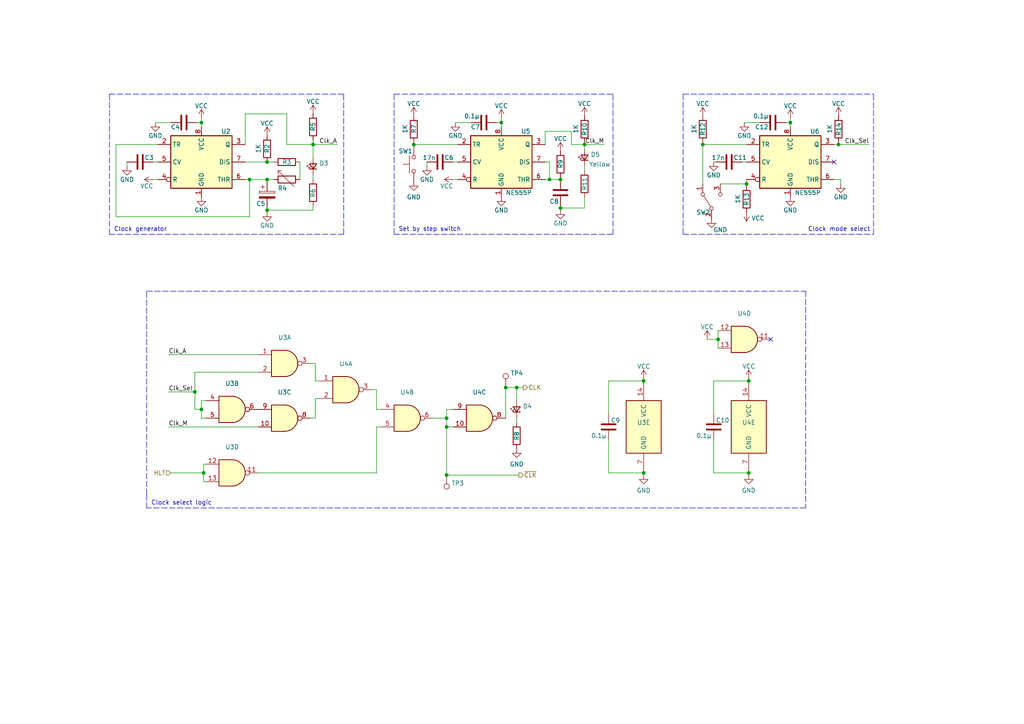
<source format=kicad_sch>
(kicad_sch (version 20211123) (generator eeschema)
  (paper "A4")
  (title_block (title "Clock generation logic") (company "Devalgo"))
  (lib_symbols
    (symbol "74xx:74LS00" (pin_names (offset 1.016))
      (property "Reference" "U" (at 0 1.27 0))
      (property "Value" "74LS00" (at 0 -1.27 0))
      (symbol "74LS00_1_1"
        (arc (start 0 -3.81) (mid 3.81 0) (end 0 3.81) (stroke (width 0.254)) (fill (type background)))
        (polyline (pts (xy 0 3.81) (xy -3.81 3.81) (xy -3.81 -3.81) (xy 0 -3.81)) (stroke (width 0.254)) (fill (type background)))
        (pin input line (at -7.62 2.54 0) (length 3.81) (name "~") (number "1"))
        (pin input line (at -7.62 -2.54 0) (length 3.81) (name "~") (number "2"))
        (pin output inverted (at 7.62 0 180) (length 3.81) (name "~") (number "3"))
      )
      (symbol "74LS00_1_2"
        (arc (start -3.81 -3.81) (mid -2.589 0) (end -3.81 3.81) (stroke (width 0.254)))
        (arc (start -0.6096 -3.81) (mid 2.1842 -2.5851) (end 3.81 0) (stroke (width 0.254)) (fill (type background)))
        (polyline (pts (xy -3.81 -3.81) (xy -0.635 -3.81)) (stroke (width 0.254)) (fill (type background)))
        (polyline (pts (xy -3.81 3.81) (xy -0.635 3.81)) (stroke (width 0.254)) (fill (type background)))
        (polyline (pts (xy -0.635 3.81) (xy -3.81 3.81) (xy -3.81 3.81) (xy -3.556 3.4036) (xy -3.0226 2.2606) (xy -2.6924 1.0414) (xy -2.6162 -0.254) (xy -2.7686 -1.4986) (xy -3.175 -2.7178) (xy -3.81 -3.81) (xy -3.81 -3.81) (xy -0.635 -3.81)) (stroke (width -25.4)) (fill (type background)))
        (arc (start 3.81 0) (mid 2.1915 2.5936) (end -0.6096 3.81) (stroke (width 0.254)) (fill (type background)))
        (pin input inverted (at -7.62 2.54 0) (length 4.318) (name "~") (number "1"))
        (pin input inverted (at -7.62 -2.54 0) (length 4.318) (name "~") (number "2"))
        (pin output line (at 7.62 0 180) (length 3.81) (name "~") (number "3"))
      )
      (symbol "74LS00_2_1"
        (arc (start 0 -3.81) (mid 3.81 0) (end 0 3.81) (stroke (width 0.254)) (fill (type background)))
        (polyline (pts (xy 0 3.81) (xy -3.81 3.81) (xy -3.81 -3.81) (xy 0 -3.81)) (stroke (width 0.254)) (fill (type background)))
        (pin input line (at -7.62 2.54 0) (length 3.81) (name "~") (number "4"))
        (pin input line (at -7.62 -2.54 0) (length 3.81) (name "~") (number "5"))
        (pin output inverted (at 7.62 0 180) (length 3.81) (name "~") (number "6"))
      )
      (symbol "74LS00_2_2"
        (arc (start -3.81 -3.81) (mid -2.589 0) (end -3.81 3.81) (stroke (width 0.254)))
        (arc (start -0.6096 -3.81) (mid 2.1842 -2.5851) (end 3.81 0) (stroke (width 0.254)) (fill (type background)))
        (polyline (pts (xy -3.81 -3.81) (xy -0.635 -3.81)) (stroke (width 0.254)) (fill (type background)))
        (polyline (pts (xy -3.81 3.81) (xy -0.635 3.81)) (stroke (width 0.254)) (fill (type background)))
        (polyline (pts (xy -0.635 3.81) (xy -3.81 3.81) (xy -3.81 3.81) (xy -3.556 3.4036) (xy -3.0226 2.2606) (xy -2.6924 1.0414) (xy -2.6162 -0.254) (xy -2.7686 -1.4986) (xy -3.175 -2.7178) (xy -3.81 -3.81) (xy -3.81 -3.81) (xy -0.635 -3.81)) (stroke (width -25.4)) (fill (type background)))
        (arc (start 3.81 0) (mid 2.1915 2.5936) (end -0.6096 3.81) (stroke (width 0.254)) (fill (type background)))
        (pin input inverted (at -7.62 2.54 0) (length 4.318) (name "~") (number "4"))
        (pin input inverted (at -7.62 -2.54 0) (length 4.318) (name "~") (number "5"))
        (pin output line (at 7.62 0 180) (length 3.81) (name "~") (number "6"))
      )
      (symbol "74LS00_3_1"
        (arc (start 0 -3.81) (mid 3.81 0) (end 0 3.81) (stroke (width 0.254)) (fill (type background)))
        (polyline (pts (xy 0 3.81) (xy -3.81 3.81) (xy -3.81 -3.81) (xy 0 -3.81)) (stroke (width 0.254)) (fill (type background)))
        (pin input line (at -7.62 -2.54 0) (length 3.81) (name "~") (number "10"))
        (pin output inverted (at 7.62 0 180) (length 3.81) (name "~") (number "8"))
        (pin input line (at -7.62 2.54 0) (length 3.81) (name "~") (number "9"))
      )
      (symbol "74LS00_3_2"
        (arc (start -3.81 -3.81) (mid -2.589 0) (end -3.81 3.81) (stroke (width 0.254)))
        (arc (start -0.6096 -3.81) (mid 2.1842 -2.5851) (end 3.81 0) (stroke (width 0.254)) (fill (type background)))
        (polyline (pts (xy -3.81 -3.81) (xy -0.635 -3.81)) (stroke (width 0.254)) (fill (type background)))
        (polyline (pts (xy -3.81 3.81) (xy -0.635 3.81)) (stroke (width 0.254)) (fill (type background)))
        (polyline (pts (xy -0.635 3.81) (xy -3.81 3.81) (xy -3.81 3.81) (xy -3.556 3.4036) (xy -3.0226 2.2606) (xy -2.6924 1.0414) (xy -2.6162 -0.254) (xy -2.7686 -1.4986) (xy -3.175 -2.7178) (xy -3.81 -3.81) (xy -3.81 -3.81) (xy -0.635 -3.81)) (stroke (width -25.4)) (fill (type background)))
        (arc (start 3.81 0) (mid 2.1915 2.5936) (end -0.6096 3.81) (stroke (width 0.254)) (fill (type background)))
        (pin input inverted (at -7.62 -2.54 0) (length 4.318) (name "~") (number "10"))
        (pin output line (at 7.62 0 180) (length 3.81) (name "~") (number "8"))
        (pin input inverted (at -7.62 2.54 0) (length 4.318) (name "~") (number "9"))
      )
      (symbol "74LS00_4_1"
        (arc (start 0 -3.81) (mid 3.81 0) (end 0 3.81) (stroke (width 0.254)) (fill (type background)))
        (polyline (pts (xy 0 3.81) (xy -3.81 3.81) (xy -3.81 -3.81) (xy 0 -3.81)) (stroke (width 0.254)) (fill (type background)))
        (pin output inverted (at 7.62 0 180) (length 3.81) (name "~") (number "11"))
        (pin input line (at -7.62 2.54 0) (length 3.81) (name "~") (number "12"))
        (pin input line (at -7.62 -2.54 0) (length 3.81) (name "~") (number "13"))
      )
      (symbol "74LS00_4_2"
        (arc (start -3.81 -3.81) (mid -2.589 0) (end -3.81 3.81) (stroke (width 0.254)))
        (arc (start -0.6096 -3.81) (mid 2.1842 -2.5851) (end 3.81 0) (stroke (width 0.254)) (fill (type background)))
        (polyline (pts (xy -3.81 -3.81) (xy -0.635 -3.81)) (stroke (width 0.254)) (fill (type background)))
        (polyline (pts (xy -3.81 3.81) (xy -0.635 3.81)) (stroke (width 0.254)) (fill (type background)))
        (polyline (pts (xy -0.635 3.81) (xy -3.81 3.81) (xy -3.81 3.81) (xy -3.556 3.4036) (xy -3.0226 2.2606) (xy -2.6924 1.0414) (xy -2.6162 -0.254) (xy -2.7686 -1.4986) (xy -3.175 -2.7178) (xy -3.81 -3.81) (xy -3.81 -3.81) (xy -0.635 -3.81)) (stroke (width -25.4)) (fill (type background)))
        (arc (start 3.81 0) (mid 2.1915 2.5936) (end -0.6096 3.81) (stroke (width 0.254)) (fill (type background)))
        (pin output line (at 7.62 0 180) (length 3.81) (name "~") (number "11"))
        (pin input inverted (at -7.62 2.54 0) (length 4.318) (name "~") (number "12"))
        (pin input inverted (at -7.62 -2.54 0) (length 4.318) (name "~") (number "13"))
      )
      (symbol "74LS00_5_0"
        (pin power_in line (at 0 12.7 270) (length 5.08) (name "VCC") (number "14"))
        (pin power_in line (at 0 -12.7 90) (length 5.08) (name "GND") (number "7"))
      )
      (symbol "74LS00_5_1"
        (rectangle (start -5.08 7.62) (end 5.08 -7.62) (stroke (width 0.254)) (fill (type background)))
      )
    )
    (symbol "Connector:TestPoint" (pin_numbers hide) (pin_names (offset 0.762) hide)
      (property "Reference" "TP" (at 0 6.858 0))
      (property "Value" "TestPoint" (at 0 5.08 0))
      (symbol "TestPoint_0_1"
        (circle (center 0 3.302) (radius 0.762))
      )
      (symbol "TestPoint_1_1"
        (pin passive line (at 0 0 90) (length 2.54) (name "1") (number "1"))
      )
    )
    (symbol "Device:C" (pin_numbers hide) (pin_names (offset 0.254))
      (property "Reference" "C" (at 0.635 2.54 0))
      (property "Value" "C" (at 0.635 -2.54 0))
      (symbol "C_0_1"
        (polyline (pts (xy -2.032 -0.762) (xy 2.032 -0.762)) (stroke (width 0.508)))
        (polyline (pts (xy -2.032 0.762) (xy 2.032 0.762)) (stroke (width 0.508)))
      )
      (symbol "C_1_1"
        (pin passive line (at 0 3.81 270) (length 2.794) (name "~") (number "1"))
        (pin passive line (at 0 -3.81 90) (length 2.794) (name "~") (number "2"))
      )
    )
    (symbol "Device:C_Polarized" (pin_numbers hide) (pin_names (offset 0.254))
      (property "Reference" "C" (at 0.635 2.54 0))
      (property "Value" "C_Polarized" (at 0.635 -2.54 0))
      (symbol "C_Polarized_0_1"
        (rectangle (start -2.286 0.508) (end 2.286 1.016))
        (polyline (pts (xy -1.778 2.286) (xy -0.762 2.286)))
        (polyline (pts (xy -1.27 2.794) (xy -1.27 1.778)))
        (rectangle (start 2.286 -0.508) (end -2.286 -1.016) (fill (type outline)))
      )
      (symbol "C_Polarized_1_1"
        (pin passive line (at 0 3.81 270) (length 2.794) (name "~") (number "1"))
        (pin passive line (at 0 -3.81 90) (length 2.794) (name "~") (number "2"))
      )
    )
    (symbol "Device:LED_Small" (pin_numbers hide) (pin_names (offset 0.254) hide)
      (property "Reference" "D" (at -1.27 3.175 0))
      (property "Value" "LED_Small" (at -4.445 -2.54 0))
      (symbol "LED_Small_0_1"
        (polyline (pts (xy -0.762 -1.016) (xy -0.762 1.016)) (stroke (width 0.254)))
        (polyline (pts (xy 1.016 0) (xy -0.762 0)))
        (polyline (pts (xy 0.762 -1.016) (xy -0.762 0) (xy 0.762 1.016) (xy 0.762 -1.016)) (stroke (width 0.254)))
        (polyline (pts (xy 0 0.762) (xy -0.508 1.27) (xy -0.254 1.27) (xy -0.508 1.27) (xy -0.508 1.016)))
        (polyline (pts (xy 0.508 1.27) (xy 0 1.778) (xy 0.254 1.778) (xy 0 1.778) (xy 0 1.524)))
      )
      (symbol "LED_Small_1_1"
        (pin passive line (at -2.54 0 0) (length 1.778) (name "K") (number "1"))
        (pin passive line (at 2.54 0 180) (length 1.778) (name "A") (number "2"))
      )
    )
    (symbol "Device:R" (pin_numbers hide) (pin_names (offset 0))
      (property "Reference" "R" (at 2.032 0 90))
      (property "Value" "R" (at 0 0 90))
      (symbol "R_0_1"
        (rectangle (start -1.016 -2.54) (end 1.016 2.54) (stroke (width 0.254)))
      )
      (symbol "R_1_1"
        (pin passive line (at 0 3.81 270) (length 1.27) (name "~") (number "1"))
        (pin passive line (at 0 -3.81 90) (length 1.27) (name "~") (number "2"))
      )
    )
    (symbol "Device:R_Variable" (pin_numbers hide) (pin_names (offset 0))
      (property "Reference" "R" (at 2.54 -2.54 90))
      (property "Value" "R_Variable" (at -2.54 -1.27 90))
      (symbol "R_Variable_0_1"
        (rectangle (start -1.016 -2.54) (end 1.016 2.54) (stroke (width 0.254)))
        (polyline (pts (xy 2.54 1.524) (xy 2.54 2.54) (xy 1.524 2.54) (xy 2.54 2.54) (xy -2.032 -2.032)))
      )
      (symbol "R_Variable_1_1"
        (pin passive line (at 0 3.81 270) (length 1.27) (name "~") (number "1"))
        (pin passive line (at 0 -3.81 90) (length 1.27) (name "~") (number "2"))
      )
    )
    (symbol "Switch:SW_Push" (pin_numbers hide) (pin_names (offset 1.016) hide)
      (property "Reference" "SW" (at 1.27 2.54 0))
      (property "Value" "SW_Push" (at 0 -1.524 0))
      (symbol "SW_Push_0_1"
        (circle (center -2.032 0) (radius 0.508))
        (polyline (pts (xy 0 1.27) (xy 0 3.048)))
        (polyline (pts (xy 2.54 1.27) (xy -2.54 1.27)))
        (circle (center 2.032 0) (radius 0.508))
        (pin passive line (at -5.08 0 0) (length 2.54) (name "1") (number "1"))
        (pin passive line (at 5.08 0 180) (length 2.54) (name "2") (number "2"))
      )
    )
    (symbol "Switch:SW_SPDT" (pin_names (offset 0) hide)
      (property "Reference" "SW" (at 0 4.318 0))
      (property "Value" "SW_SPDT" (at 0 -5.08 0))
      (symbol "SW_SPDT_0_0"
        (circle (center -2.032 0) (radius 0.508))
        (circle (center 2.032 -2.54) (radius 0.508))
      )
      (symbol "SW_SPDT_0_1"
        (polyline (pts (xy -1.524 0.254) (xy 1.651 2.286)))
        (circle (center 2.032 2.54) (radius 0.508))
      )
      (symbol "SW_SPDT_1_1"
        (pin passive line (at 5.08 2.54 180) (length 2.54) (name "A") (number "1"))
        (pin passive line (at -5.08 0 0) (length 2.54) (name "B") (number "2"))
        (pin passive line (at 5.08 -2.54 180) (length 2.54) (name "C") (number "3"))
      )
    )
    (symbol "Timer:NE555P"
      (property "Reference" "U" (at -10.16 8.89 0))
      (property "Value" "NE555P" (at 2.54 8.89 0))
      (symbol "NE555P_0_0"
        (pin power_in line (at 0 -10.16 90) (length 2.54) (name "GND") (number "1"))
        (pin power_in line (at 0 10.16 270) (length 2.54) (name "VCC") (number "8"))
      )
      (symbol "NE555P_0_1"
        (rectangle (start -8.89 -7.62) (end 8.89 7.62) (stroke (width 0.254)) (fill (type background)))
        (rectangle (start -8.89 -7.62) (end 8.89 7.62) (stroke (width 0.254)) (fill (type background)))
      )
      (symbol "NE555P_1_1"
        (pin input line (at -12.7 5.08 0) (length 3.81) (name "TR") (number "2"))
        (pin output line (at 12.7 5.08 180) (length 3.81) (name "Q") (number "3"))
        (pin input inverted (at -12.7 -5.08 0) (length 3.81) (name "R") (number "4"))
        (pin input line (at -12.7 0 0) (length 3.81) (name "CV") (number "5"))
        (pin input line (at 12.7 -5.08 180) (length 3.81) (name "THR") (number "6"))
        (pin input line (at 12.7 0 180) (length 3.81) (name "DIS") (number "7"))
      )
    )
    (symbol "power:GND" (power) (pin_names (offset 0))
      (property "Value" "GND" (at 0 -3.81 0))
      (symbol "GND_0_1"
        (polyline (pts (xy 0 0) (xy 0 -1.27) (xy 1.27 -1.27) (xy 0 -2.54) (xy -1.27 -1.27) (xy 0 -1.27)))
      )
      (symbol "GND_1_1"
        (pin power_in line (at 0 0 270) (length 0) hide (name "GND") (number "1"))
      )
    )
    (symbol "power:VCC" (power) (pin_names (offset 0))
      (property "Value" "VCC" (at 0 3.81 0))
      (symbol "VCC_0_1"
        (polyline (pts (xy -0.762 1.27) (xy 0 2.54)))
        (polyline (pts (xy 0 0) (xy 0 2.54)))
        (polyline (pts (xy 0 2.54) (xy 0.762 1.27)))
      )
      (symbol "VCC_1_1"
        (pin power_in line (at 0 0 90) (length 0) hide (name "VCC") (number "1"))
      )
    )
  )
  (junction (at 216.535 53.34))
  (junction (at 129.54 123.825))
  (junction (at 59.055 137.16))
  (junction (at 208.28 98.425))
  (junction (at 58.42 35.56))
  (junction (at 129.54 137.795))
  (junction (at 186.69 110.49))
  (junction (at 229.235 35.56))
  (junction (at 203.835 41.91))
  (junction (at 146.685 112.395))
  (junction (at 149.86 112.395))
  (junction (at 120.015 41.91))
  (junction (at 162.56 60.325))
  (junction (at 145.415 35.56))
  (junction (at 77.47 60.96))
  (junction (at 129.54 121.285))
  (junction (at 159.385 52.07))
  (junction (at 56.515 113.665))
  (junction (at 217.17 137.16))
  (junction (at 77.47 52.07))
  (junction (at 243.205 41.91))
  (junction (at 162.56 52.07))
  (junction (at 58.42 118.745))
  (junction (at 186.69 137.16))
  (junction (at 72.39 52.07))
  (junction (at 169.545 41.91))
  (junction (at 77.47 46.99))
  (junction (at 217.17 110.49))
  (junction (at 90.805 41.91))
  (no_connect (at 241.935 46.99))
  (no_connect (at 223.52 98.425))
  (wire (pts (xy 169.545 41.275) (xy 169.545 41.91)))
  (wire (pts (xy 120.015 41.91) (xy 132.715 41.91)))
  (wire (pts (xy 186.69 109.855) (xy 186.69 110.49)))
  (wire (pts (xy 203.835 41.91) (xy 203.835 53.34)))
  (wire (pts (xy 207.645 46.99) (xy 207.01 46.99)))
  (wire (pts (xy 203.835 41.91) (xy 216.535 41.91)))
  (wire (pts (xy 129.54 123.825) (xy 129.54 137.795)))
  (wire (pts (xy 83.185 33.02) (xy 83.185 41.91)))
  (wire (pts (xy 149.86 121.285) (xy 149.86 122.555)))
  (polyline (pts (xy 114.3 27.305) (xy 177.8 27.305)))
  (wire (pts (xy 217.17 110.49) (xy 217.17 111.125)))
  (wire (pts (xy 169.545 48.26) (xy 169.545 49.53)))
  (polyline (pts (xy 198.12 27.305) (xy 198.12 67.945)))
  (wire (pts (xy 71.12 46.99) (xy 77.47 46.99)))
  (polyline (pts (xy 99.695 27.305) (xy 32.385 27.305)))
  (wire (pts (xy 91.44 110.49) (xy 92.71 110.49)))
  (wire (pts (xy 131.445 46.99) (xy 132.715 46.99)))
  (wire (pts (xy 44.45 46.99) (xy 45.72 46.99)))
  (wire (pts (xy 176.53 110.49) (xy 186.69 110.49)))
  (wire (pts (xy 208.915 53.34) (xy 216.535 53.34)))
  (wire (pts (xy 186.69 137.16) (xy 186.69 137.795)))
  (polyline (pts (xy 253.365 67.945) (xy 253.365 27.305)))
  (wire (pts (xy 158.115 52.07) (xy 159.385 52.07)))
  (wire (pts (xy 176.53 127.635) (xy 176.53 137.16)))
  (wire (pts (xy 162.56 60.325) (xy 169.545 60.325)))
  (wire (pts (xy 91.44 105.41) (xy 91.44 110.49)))
  (wire (pts (xy 33.655 41.91) (xy 45.72 41.91)))
  (wire (pts (xy 165.735 41.91) (xy 165.735 38.1)))
  (polyline (pts (xy 31.75 67.945) (xy 99.695 67.945)))
  (polyline (pts (xy 42.545 143.51) (xy 42.545 147.32)))
  (wire (pts (xy 90.805 40.64) (xy 90.805 41.91)))
  (wire (pts (xy 123.825 46.99) (xy 123.825 48.26)))
  (wire (pts (xy 216.535 53.34) (xy 216.535 53.975)))
  (wire (pts (xy 90.805 50.8) (xy 90.805 52.07)))
  (wire (pts (xy 243.205 41.91) (xy 252.095 41.91)))
  (wire (pts (xy 77.47 60.96) (xy 77.47 60.325)))
  (wire (pts (xy 90.805 60.96) (xy 77.47 60.96)))
  (wire (pts (xy 207.01 110.49) (xy 217.17 110.49)))
  (wire (pts (xy 77.47 61.595) (xy 77.47 60.96)))
  (wire (pts (xy 86.995 46.99) (xy 86.995 52.07)))
  (wire (pts (xy 217.17 136.525) (xy 217.17 137.16)))
  (wire (pts (xy 59.055 139.7) (xy 59.69 139.7)))
  (wire (pts (xy 144.145 35.56) (xy 145.415 35.56)))
  (wire (pts (xy 90.17 121.285) (xy 91.44 121.285)))
  (wire (pts (xy 169.545 41.91) (xy 165.735 41.91)))
  (polyline (pts (xy 114.3 67.945) (xy 177.8 67.945)))
  (wire (pts (xy 125.73 121.285) (xy 129.54 121.285)))
  (wire (pts (xy 56.515 107.95) (xy 56.515 113.665)))
  (wire (pts (xy 48.895 123.825) (xy 74.93 123.825)))
  (wire (pts (xy 215.265 46.99) (xy 216.535 46.99)))
  (wire (pts (xy 109.22 118.745) (xy 110.49 118.745)))
  (wire (pts (xy 49.53 137.16) (xy 59.055 137.16)))
  (wire (pts (xy 169.545 57.15) (xy 169.545 60.325)))
  (wire (pts (xy 149.86 112.395) (xy 151.765 112.395)))
  (wire (pts (xy 90.805 45.72) (xy 90.805 41.91)))
  (wire (pts (xy 57.15 35.56) (xy 58.42 35.56)))
  (wire (pts (xy 229.235 35.56) (xy 229.235 36.83)))
  (wire (pts (xy 243.84 52.07) (xy 243.84 53.34)))
  (wire (pts (xy 33.655 62.865) (xy 72.39 62.865)))
  (wire (pts (xy 58.42 34.29) (xy 58.42 35.56)))
  (wire (pts (xy 241.935 41.91) (xy 243.205 41.91)))
  (wire (pts (xy 162.56 60.325) (xy 162.56 59.69)))
  (wire (pts (xy 91.44 115.57) (xy 92.71 115.57)))
  (wire (pts (xy 131.445 52.07) (xy 132.715 52.07)))
  (wire (pts (xy 176.53 120.015) (xy 176.53 110.49)))
  (wire (pts (xy 203.835 41.275) (xy 203.835 41.91)))
  (wire (pts (xy 90.17 105.41) (xy 91.44 105.41)))
  (wire (pts (xy 120.015 41.275) (xy 120.015 41.91)))
  (wire (pts (xy 72.39 52.07) (xy 71.12 52.07)))
  (wire (pts (xy 45.085 35.56) (xy 49.53 35.56)))
  (wire (pts (xy 215.9 35.56) (xy 220.345 35.56)))
  (wire (pts (xy 74.93 137.16) (xy 109.22 137.16)))
  (wire (pts (xy 91.44 121.285) (xy 91.44 115.57)))
  (wire (pts (xy 176.53 137.16) (xy 186.69 137.16)))
  (wire (pts (xy 158.115 38.1) (xy 158.115 41.91)))
  (wire (pts (xy 149.86 112.395) (xy 149.86 116.205)))
  (wire (pts (xy 207.01 137.16) (xy 217.17 137.16)))
  (wire (pts (xy 169.545 41.91) (xy 169.545 43.18)))
  (wire (pts (xy 72.39 52.07) (xy 77.47 52.07)))
  (polyline (pts (xy 99.695 67.945) (xy 99.695 27.305)))
  (wire (pts (xy 131.445 123.825) (xy 129.54 123.825)))
  (wire (pts (xy 207.01 120.015) (xy 207.01 110.49)))
  (wire (pts (xy 208.28 95.885) (xy 208.28 98.425)))
  (wire (pts (xy 241.935 52.07) (xy 243.84 52.07)))
  (wire (pts (xy 109.22 113.03) (xy 109.22 118.745)))
  (wire (pts (xy 165.735 38.1) (xy 158.115 38.1)))
  (wire (pts (xy 243.205 41.275) (xy 243.205 41.91)))
  (wire (pts (xy 107.95 113.03) (xy 109.22 113.03)))
  (wire (pts (xy 36.83 46.99) (xy 36.83 48.26)))
  (wire (pts (xy 229.235 34.29) (xy 229.235 35.56)))
  (wire (pts (xy 56.515 118.745) (xy 58.42 118.745)))
  (wire (pts (xy 132.08 35.56) (xy 136.525 35.56)))
  (wire (pts (xy 145.415 34.29) (xy 145.415 35.56)))
  (wire (pts (xy 207.01 127.635) (xy 207.01 137.16)))
  (polyline (pts (xy 31.75 27.305) (xy 32.385 27.305)))
  (wire (pts (xy 71.12 41.91) (xy 71.12 33.02)))
  (wire (pts (xy 59.69 116.205) (xy 58.42 116.205)))
  (polyline (pts (xy 198.12 67.945) (xy 253.365 67.945)))
  (wire (pts (xy 56.515 113.665) (xy 56.515 118.745)))
  (wire (pts (xy 77.47 46.99) (xy 79.375 46.99)))
  (wire (pts (xy 159.385 46.99) (xy 159.385 52.07)))
  (wire (pts (xy 158.115 46.99) (xy 159.385 46.99)))
  (wire (pts (xy 186.69 136.525) (xy 186.69 137.16)))
  (wire (pts (xy 58.42 35.56) (xy 58.42 36.83)))
  (wire (pts (xy 227.965 35.56) (xy 229.235 35.56)))
  (wire (pts (xy 186.69 110.49) (xy 186.69 111.125)))
  (wire (pts (xy 72.39 62.865) (xy 72.39 52.07)))
  (wire (pts (xy 208.28 98.425) (xy 208.28 100.965)))
  (wire (pts (xy 169.545 41.91) (xy 175.26 41.91)))
  (wire (pts (xy 159.385 52.07) (xy 162.56 52.07)))
  (wire (pts (xy 44.45 52.07) (xy 45.72 52.07)))
  (wire (pts (xy 120.015 41.91) (xy 120.015 42.545)))
  (wire (pts (xy 217.17 109.855) (xy 217.17 110.49)))
  (wire (pts (xy 48.895 102.87) (xy 74.93 102.87)))
  (wire (pts (xy 129.54 121.285) (xy 129.54 118.745)))
  (wire (pts (xy 58.42 116.205) (xy 58.42 118.745)))
  (wire (pts (xy 216.535 52.07) (xy 216.535 53.34)))
  (wire (pts (xy 33.655 41.91) (xy 33.655 62.865)))
  (wire (pts (xy 71.12 33.02) (xy 83.185 33.02)))
  (wire (pts (xy 58.42 121.285) (xy 59.69 121.285)))
  (wire (pts (xy 217.17 137.16) (xy 217.17 137.795)))
  (wire (pts (xy 56.515 107.95) (xy 74.93 107.95)))
  (wire (pts (xy 90.805 41.91) (xy 97.79 41.91)))
  (wire (pts (xy 58.42 118.745) (xy 58.42 121.285)))
  (wire (pts (xy 77.47 52.07) (xy 77.47 52.705)))
  (wire (pts (xy 162.56 60.96) (xy 162.56 60.325)))
  (wire (pts (xy 90.805 59.69) (xy 90.805 60.96)))
  (polyline (pts (xy 114.3 27.305) (xy 114.3 67.945)))
  (wire (pts (xy 129.54 137.795) (xy 150.495 137.795)))
  (polyline (pts (xy 233.68 84.455) (xy 233.68 147.32)))
  (polyline (pts (xy 198.12 27.305) (xy 253.365 27.305)))
  (wire (pts (xy 59.055 137.16) (xy 59.055 134.62)))
  (wire (pts (xy 48.895 113.665) (xy 56.515 113.665)))
  (wire (pts (xy 59.055 134.62) (xy 59.69 134.62)))
  (wire (pts (xy 83.185 41.91) (xy 90.805 41.91)))
  (wire (pts (xy 129.54 118.745) (xy 131.445 118.745)))
  (wire (pts (xy 109.22 137.16) (xy 109.22 123.825)))
  (wire (pts (xy 59.055 137.16) (xy 59.055 139.7)))
  (wire (pts (xy 129.54 123.825) (xy 129.54 121.285)))
  (wire (pts (xy 146.685 112.395) (xy 149.86 112.395)))
  (wire (pts (xy 146.685 112.395) (xy 146.685 121.285)))
  (polyline (pts (xy 31.75 67.945) (xy 31.75 27.305)))
  (polyline (pts (xy 42.545 143.51) (xy 42.545 84.455)))
  (wire (pts (xy 162.56 51.435) (xy 162.56 52.07)))
  (polyline (pts (xy 177.8 67.945) (xy 177.8 27.305)))
  (wire (pts (xy 145.415 35.56) (xy 145.415 36.83)))
  (wire (pts (xy 77.47 52.07) (xy 79.375 52.07)))
  (wire (pts (xy 208.28 98.425) (xy 205.105 98.425)))
  (polyline (pts (xy 42.545 84.455) (xy 233.68 84.455)))
  (wire (pts (xy 109.22 123.825) (xy 110.49 123.825)))
  (polyline (pts (xy 233.68 147.32) (xy 42.545 147.32)))
  (text "Clock select logic" (at 43.815 146.685 0) (effects (font (size 1.27 1.27)) (justify left bottom)))
  (text "Clock mode select" (at 234.315 67.31 0) (effects (font (size 1.27 1.27)) (justify left bottom)))
  (text "Clock generator" (at 33.02 67.31 0) (effects (font (size 1.27 1.27)) (justify left bottom)))
  (text "Set by step switch" (at 115.57 67.31 0) (effects (font (size 1.27 1.27)) (justify left bottom)))
  (label "Clk_A" (at 97.79 41.91 180))
  (label "Clk_M" (at 175.26 41.91 180))
  (label "Clk_Sel" (at 48.895 113.665 0))
  (label "Clk_Sel" (at 252.095 41.91 180))
  (label "Clk_M" (at 48.895 123.825 0))
  (label "Clk_A" (at 48.895 102.87 0))
  (hierarchical_label "~{CLK}" (shape output) (at 150.495 137.795 0))
  (hierarchical_label "CLK" (shape output) (at 151.765 112.395 0))
  (hierarchical_label "HLT" (shape input) (at 49.53 137.16 180))
  (symbol (lib_id "power:VCC") (at 217.17 109.855 0) (unit 1)
    (property "Reference" "#PWR031" (effects hide))
    (property "Value" "VCC" (at 217.17 106.2792 0))
  )
  (symbol (lib_id "Device:R") (at 149.86 126.365 180) (unit 1)
    (property "Reference" "R8" (at 149.86 125.095 90) (effects (justify left)))
  )
  (symbol (lib_id "Device:LED_Small") (at 90.805 48.26 90) (unit 1)
    (property "Reference" "D3" (at 92.583 47.3618 90) (effects (justify right)))
  )
  (symbol (lib_id "Device:C") (at 162.56 55.88 0) (unit 1)
    (property "Reference" "C8" (at 159.385 58.42 0) (effects (justify left)))
  )
  (symbol (lib_id "Timer:NE555P") (at 58.42 46.99 0) (unit 1)
    (property "Reference" "U2" (at 64.135 38.1 0) (effects (justify left)))
    (property "Datasheet" "http://www.ti.com/lit/ds/symlink/ne555.pdf" (effects hide))
  )
  (symbol (lib_id "power:VCC") (at 120.015 33.655 0) (unit 1)
    (property "Reference" "#PWR012" (effects hide))
    (property "Value" "VCC" (at 120.015 30.0792 0))
  )
  (symbol (lib_id "power:VCC") (at 131.445 52.07 90) (unit 1)
    (property "Reference" "#PWR015" (effects hide))
    (property "Value" "VCC" (at 127.635 53.975 90) (effects (justify right)))
  )
  (symbol (lib_id "power:GND") (at 58.42 57.15 0) (unit 1)
    (property "Reference" "#PWR08" (effects hide))
    (property "Value" "GND" (at 58.42 60.96 0))
  )
  (symbol (lib_id "power:VCC") (at 203.835 33.655 0) (unit 1)
    (property "Reference" "#PWR025" (effects hide))
    (property "Value" "VCC" (at 203.835 30.0792 0))
  )
  (symbol (lib_id "power:VCC") (at 162.56 43.815 0) (unit 1)
    (property "Reference" "#PWR020" (effects hide))
    (property "Value" "VCC" (at 162.56 40.2392 0))
  )
  (symbol (lib_id "Device:R") (at 90.805 36.83 0) (unit 1)
    (property "Reference" "R5" (at 90.805 38.1 90) (effects (justify left)))
  )
  (symbol (lib_id "Device:R") (at 216.535 57.785 0) (unit 1)
    (property "Reference" "R13" (at 216.535 57.785 90))
    (property "Value" "1K" (at 213.995 59.055 90) (effects (justify left)))
  )
  (symbol (lib_id "power:GND") (at 186.69 137.795 0) (unit 1)
    (property "Reference" "#PWR024" (effects hide))
  )
  (symbol (lib_id "power:GND") (at 229.235 57.15 0) (unit 1)
    (property "Reference" "#PWR034" (effects hide))
    (property "Value" "GND" (at 229.235 60.96 0))
  )
  (symbol (lib_id "74xx:74LS00") (at 118.11 121.285 0) (unit 2)
    (property "Reference" "U4" (at 118.11 113.7752 0))
    (property "Datasheet" "http://www.ti.com/lit/gpn/sn74ls00" (effects hide))
  )
  (symbol (lib_id "Connector:TestPoint") (at 129.54 137.795 180) (unit 1)
    (property "Reference" "TP3" (at 130.937 140.1668 0) (effects (justify right)))
  )
  (symbol (lib_id "Device:R") (at 83.185 46.99 90) (unit 1)
    (property "Reference" "R3" (at 83.185 46.99 90))
  )
  (symbol (lib_id "Switch:SW_Push") (at 120.015 47.625 90) (unit 1)
    (property "Reference" "SW1" (at 115.57 43.815 90) (effects (justify right)))
  )
  (symbol (lib_id "power:GND") (at 162.56 60.96 0) (unit 1)
    (property "Reference" "#PWR021" (effects hide))
    (property "Value" "GND" (at 162.56 64.77 0))
  )
  (symbol (lib_id "Device:R") (at 243.205 37.465 0) (unit 1)
    (property "Reference" "R14" (at 243.205 37.465 90))
    (property "Value" "1K" (at 240.665 38.735 90) (effects (justify left)))
  )
  (symbol (lib_id "Device:R") (at 169.545 37.465 0) (unit 1)
    (property "Reference" "R10" (at 169.545 37.465 90))
    (property "Value" "1K" (at 167.005 38.735 90) (effects (justify left)))
  )
  (symbol (lib_id "74xx:74LS00") (at 82.55 121.285 0) (unit 3)
    (property "Reference" "U3" (at 82.55 113.7752 0))
    (property "Datasheet" "http://www.ti.com/lit/gpn/sn74ls00" (effects hide))
  )
  (symbol (lib_id "74xx:74LS00") (at 67.31 118.745 0) (unit 2)
    (property "Reference" "U3" (at 67.31 111.2352 0))
    (property "Datasheet" "http://www.ti.com/lit/gpn/sn74ls00" (effects hide))
  )
  (symbol (lib_id "Timer:NE555P") (at 229.235 46.99 0) (unit 1)
    (property "Reference" "U6" (at 234.95 38.1 0) (effects (justify left)))
    (property "Value" "NE555P" (at 230.505 55.88 0) (effects (justify left)))
    (property "Footprint" "Package_DIP:DIP-8_W7.62mm" (effects hide))
    (property "Datasheet" "http://www.ti.com/lit/ds/symlink/ne555.pdf" (effects hide))
  )
  (symbol (lib_id "74xx:74LS00") (at 215.9 98.425 0) (unit 4)
    (property "Reference" "U4" (at 215.9 90.9152 0))
    (property "Datasheet" "http://www.ti.com/lit/gpn/sn74ls00" (effects hide))
  )
  (symbol (lib_id "power:GND") (at 77.47 61.595 0) (unit 1)
    (property "Reference" "#PWR010" (effects hide))
    (property "Value" "GND" (at 77.47 65.405 0))
  )
  (symbol (lib_id "power:GND") (at 149.86 130.175 0) (unit 1)
    (property "Reference" "#PWR019" (effects hide))
  )
  (symbol (lib_id "Device:C") (at 53.34 35.56 270) (unit 1)
    (property "Reference" "C4" (at 49.53 36.83 90) (effects (justify left)))
  )
  (symbol (lib_id "Device:R_Variable") (at 83.185 52.07 90) (unit 1)
    (property "Reference" "R4" (at 81.915 54.61 90))
  )
  (symbol (lib_id "Device:R") (at 120.015 37.465 0) (unit 1)
    (property "Reference" "R7" (at 120.015 38.735 90) (effects (justify left)))
    (property "Value" "1K" (at 117.475 38.735 90) (effects (justify left)))
  )
  (symbol (lib_id "Device:R") (at 90.805 55.88 180) (unit 1)
    (property "Reference" "R6" (at 90.805 54.61 90) (effects (justify left)))
  )
  (symbol (lib_id "Device:R") (at 77.47 43.18 0) (unit 1)
    (property "Reference" "R2" (at 77.47 44.45 90) (effects (justify left)))
    (property "Value" "1K" (at 74.93 44.45 90) (effects (justify left)))
  )
  (symbol (lib_id "power:GND") (at 45.085 35.56 0) (unit 1)
    (property "Reference" "#PWR06" (effects hide))
  )
  (symbol (lib_id "74xx:74LS00") (at 100.33 113.03 0) (unit 1)
    (property "Reference" "U4" (at 100.33 105.5202 0))
    (property "Datasheet" "http://www.ti.com/lit/gpn/sn74ls00" (effects hide))
  )
  (symbol (lib_id "Device:LED_Small") (at 149.86 118.745 90) (unit 1)
    (property "Reference" "D4" (at 151.638 117.8468 90) (effects (justify right)))
  )
  (symbol (lib_id "Device:C") (at 140.335 35.56 270) (unit 1)
    (property "Reference" "C7" (at 136.525 36.83 90) (effects (justify left)))
    (property "Value" "0.1µ" (at 134.62 33.655 90) (effects (justify left)))
  )
  (symbol (lib_id "74xx:74LS00") (at 82.55 105.41 0) (unit 1)
    (property "Reference" "U3" (at 82.55 97.9002 0))
    (property "Datasheet" "http://www.ti.com/lit/gpn/sn74ls00" (effects hide))
  )
  (symbol (lib_id "power:VCC") (at 77.47 39.37 0) (unit 1)
    (property "Reference" "#PWR09" (effects hide))
    (property "Value" "VCC" (at 77.47 35.7942 0))
  )
  (symbol (lib_id "power:VCC") (at 58.42 34.29 0) (unit 1)
    (property "Reference" "#PWR07" (effects hide))
  )
  (symbol (lib_id "Device:C") (at 40.64 46.99 270) (unit 1)
    (property "Reference" "C3" (at 41.91 45.72 90) (effects (justify left)))
  )
  (symbol (lib_id "74xx:74LS00") (at 186.69 123.825 0) (unit 5)
    (property "Reference" "U3" (at 186.69 122.555 0))
    (property "Datasheet" "http://www.ti.com/lit/gpn/sn74ls00" (effects hide))
  )
  (symbol (lib_id "power:GND") (at 132.08 35.56 0) (unit 1)
    (property "Reference" "#PWR016" (effects hide))
    (property "Value" "GND" (at 132.08 39.37 0))
  )
  (symbol (lib_id "Connector:TestPoint") (at 146.685 112.395 0) (unit 1)
    (property "Reference" "TP4" (at 148.082 108.2583 0) (effects (justify left)))
  )
  (symbol (lib_id "74xx:74LS00") (at 139.065 121.285 0) (unit 3)
    (property "Reference" "U4" (at 139.065 113.7752 0))
    (property "Datasheet" "http://www.ti.com/lit/gpn/sn74ls00" (effects hide))
  )
  (symbol (lib_id "Device:R") (at 162.56 47.625 0) (unit 1)
    (property "Reference" "R9" (at 162.56 48.895 90) (effects (justify left)))
  )
  (symbol (lib_id "power:GND") (at 207.01 46.99 0) (unit 1)
    (property "Reference" "#PWR028" (effects hide))
    (property "Value" "GND" (at 207.01 50.8 0))
  )
  (symbol (lib_id "Switch:SW_SPDT") (at 206.375 58.42 90) (unit 1)
    (property "Reference" "SW2" (at 201.93 61.595 90) (effects (justify right)))
  )
  (symbol (lib_id "74xx:74LS00") (at 217.17 123.825 0) (unit 5)
    (property "Reference" "U4" (at 217.17 122.555 0))
    (property "Datasheet" "http://www.ti.com/lit/gpn/sn74ls00" (effects hide))
  )
  (symbol (lib_id "power:VCC") (at 229.235 34.29 0) (unit 1)
    (property "Reference" "#PWR033" (effects hide))
    (property "Value" "VCC" (at 229.235 30.7142 0))
  )
  (symbol (lib_id "power:GND") (at 217.17 137.795 0) (unit 1)
    (property "Reference" "#PWR032" (effects hide))
    (property "Value" "GND" (at 217.17 142.2384 0))
  )
  (symbol (lib_id "Device:R") (at 169.545 53.34 180) (unit 1)
    (property "Reference" "R11" (at 169.545 53.34 90))
  )
  (symbol (lib_id "power:VCC") (at 145.415 34.29 0) (unit 1)
    (property "Reference" "#PWR017" (effects hide))
    (property "Value" "VCC" (at 145.415 30.7142 0))
  )
  (symbol (lib_id "power:VCC") (at 216.535 61.595 180) (unit 1)
    (property "Reference" "#PWR030" (effects hide))
    (property "Value" "VCC" (at 217.932 63.2988 0) (effects (justify right)))
  )
  (symbol (lib_id "Device:C") (at 224.155 35.56 270) (unit 1)
    (property "Reference" "C12" (at 222.885 36.83 90) (effects (justify right)))
    (property "Value" "0.1µ" (at 218.44 33.655 90) (effects (justify left)))
  )
  (symbol (lib_id "power:VCC") (at 90.805 33.02 0) (unit 1)
    (property "Reference" "#PWR011" (effects hide))
    (property "Value" "VCC" (at 90.805 29.4442 0))
  )
  (symbol (lib_id "power:VCC") (at 44.45 52.07 90) (unit 1)
    (property "Reference" "#PWR05" (effects hide))
    (property "Value" "VCC" (at 40.64 53.975 90) (effects (justify right)))
  )
  (symbol (lib_id "power:GND") (at 145.415 57.15 0) (unit 1)
    (property "Reference" "#PWR018" (effects hide))
    (property "Value" "GND" (at 145.415 60.96 0))
  )
  (symbol (lib_id "power:VCC") (at 205.105 98.425 0) (unit 1)
    (property "Reference" "#PWR026" (effects hide))
    (property "Value" "VCC" (at 205.105 94.8492 0))
  )
  (symbol (lib_id "power:VCC") (at 186.69 109.855 0) (unit 1)
    (property "Reference" "#PWR023" (effects hide))
  )
  (symbol (lib_id "Device:C_Polarized") (at 77.47 56.515 0) (unit 1)
    (property "Reference" "C5" (at 74.295 59.055 0) (effects (justify left)))
  )
  (symbol (lib_id "power:GND") (at 36.83 48.26 0) (unit 1)
    (property "Reference" "#PWR04" (effects hide))
    (property "Value" "GND" (at 36.83 52.07 0))
  )
  (symbol (lib_id "power:GND") (at 120.015 52.705 0) (unit 1)
    (property "Reference" "#PWR013" (effects hide))
  )
  (symbol (lib_id "Device:C") (at 127.635 46.99 270) (unit 1)
    (property "Reference" "C6" (at 128.905 45.72 90) (effects (justify left)))
    (property "Value" "17n" (at 122.555 45.72 90) (effects (justify left)))
  )
  (symbol (lib_id "power:GND") (at 206.375 63.5 0) (unit 1)
    (property "Reference" "#PWR027" (effects hide))
    (property "Value" "GND" (at 208.915 66.675 0))
  )
  (symbol (lib_id "power:GND") (at 123.825 48.26 0) (unit 1)
    (property "Reference" "#PWR014" (effects hide))
    (property "Value" "GND" (at 123.825 52.07 0))
  )
  (symbol (lib_id "power:VCC") (at 169.545 33.655 0) (unit 1)
    (property "Reference" "#PWR022" (effects hide))
    (property "Value" "VCC" (at 169.545 30.0792 0))
  )
  (symbol (lib_id "power:VCC") (at 243.205 33.655 0) (unit 1)
    (property "Reference" "#PWR035" (effects hide))
    (property "Value" "VCC" (at 243.205 30.0792 0))
  )
  (symbol (lib_id "Device:R") (at 203.835 37.465 0) (unit 1)
    (property "Reference" "R12" (at 203.835 37.465 90))
    (property "Value" "1K" (at 201.295 38.735 90) (effects (justify left)))
  )
  (symbol (lib_id "Timer:NE555P") (at 145.415 46.99 0) (unit 1)
    (property "Reference" "U5" (at 151.13 38.1 0) (effects (justify left)))
    (property "Value" "NE555P" (at 146.685 55.88 0) (effects (justify left)))
    (property "Footprint" "Package_DIP:DIP-8_W7.62mm" (effects hide))
    (property "Datasheet" "http://www.ti.com/lit/ds/symlink/ne555.pdf" (effects hide))
  )
  (symbol (lib_id "Device:C") (at 207.01 123.825 0) (unit 1)
    (property "Reference" "C10" (at 207.645 121.92 0) (effects (justify left)))
    (property "Value" "0.1µ" (at 201.93 126.365 0) (effects (justify left)))
  )
  (symbol (lib_id "Device:C") (at 176.53 123.825 0) (unit 1)
    (property "Reference" "C9" (at 177.165 121.92 0) (effects (justify left)))
    (property "Value" "0.1µ" (at 171.45 126.365 0) (effects (justify left)))
  )
  (symbol (lib_id "power:GND") (at 215.9 35.56 0) (unit 1)
    (property "Reference" "#PWR029" (effects hide))
    (property "Value" "GND" (at 215.9 39.37 0))
  )
  (symbol (lib_id "Device:C") (at 211.455 46.99 270) (unit 1)
    (property "Reference" "C11" (at 212.725 45.72 90) (effects (justify left)))
    (property "Value" "17n" (at 206.375 45.72 90) (effects (justify left)))
  )
  (symbol (lib_id "74xx:74LS00") (at 67.31 137.16 0) (unit 4)
    (property "Reference" "U3" (at 67.31 129.6502 0))
    (property "Datasheet" "http://www.ti.com/lit/gpn/sn74ls00" (effects hide))
  )
  (symbol (lib_id "power:GND") (at 243.84 53.34 0) (unit 1)
    (property "Reference" "#PWR036" (effects hide))
    (property "Value" "GND" (at 243.84 57.15 0))
  )
  (symbol (lib_id "Device:LED_Small") (at 169.545 45.72 90) (unit 1)
    (property "Reference" "D5" (at 171.323 44.8218 90) (effects (justify right)))
    (property "Value" "Yellow" (at 170.815 47.625 90) (effects (justify right)))
  )
)
</source>
